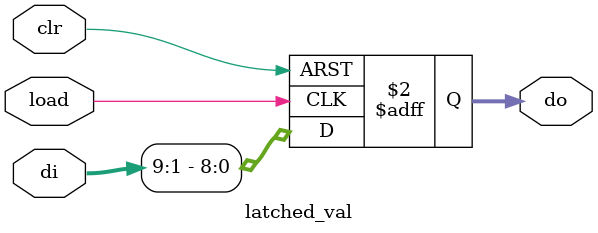
<source format=v>
`timescale 1 ns/100 ps

module latched_val (load, clr, di, do);

parameter dw = 9;

input load;
input clr;
input [dw+1:0] di;

output [dw-1:0] do;
reg  [dw-1:0] do;

  always @(posedge load or posedge clr)
  begin
    if (clr)
      do = {dw{1'b0}};
    else
    begin
      do = di[dw:1];
      //synopsys translate_off
      $display("%c", do);
      //synopsys translate_on
    end
  end

endmodule
</source>
